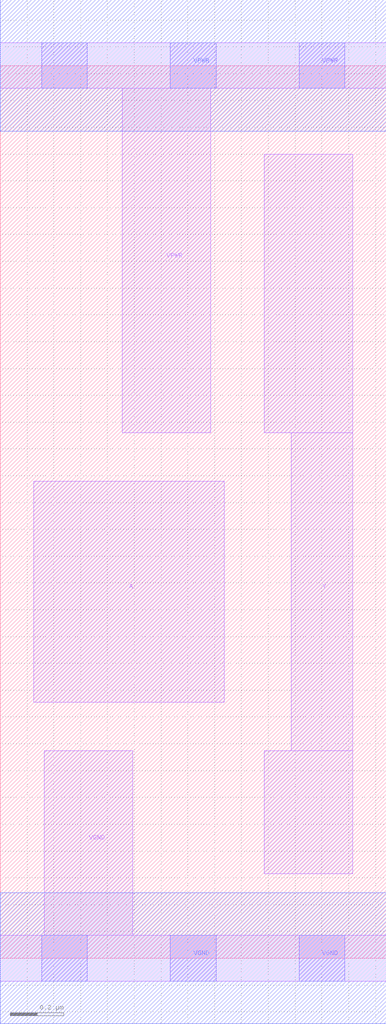
<source format=lef>
# Copyright 2020 The SkyWater PDK Authors
#
# Licensed under the Apache License, Version 2.0 (the "License");
# you may not use this file except in compliance with the License.
# You may obtain a copy of the License at
#
#     https://www.apache.org/licenses/LICENSE-2.0
#
# Unless required by applicable law or agreed to in writing, software
# distributed under the License is distributed on an "AS IS" BASIS,
# WITHOUT WARRANTIES OR CONDITIONS OF ANY KIND, either express or implied.
# See the License for the specific language governing permissions and
# limitations under the License.
#
# SPDX-License-Identifier: Apache-2.0

VERSION 5.7 ;
  NAMESCASESENSITIVE ON ;
  NOWIREEXTENSIONATPIN ON ;
  DIVIDERCHAR "/" ;
  BUSBITCHARS "[]" ;
UNITS
  DATABASE MICRONS 200 ;
END UNITS
MACRO sky130_fd_sc_lp__clkinv_lp2
  CLASS CORE ;
  SOURCE USER ;
  FOREIGN sky130_fd_sc_lp__clkinv_lp2 ;
  ORIGIN  0.000000  0.000000 ;
  SIZE  1.440000 BY  3.330000 ;
  SYMMETRY X Y R90 ;
  SITE unit ;
  PIN A
    ANTENNAGATEAREA  0.376000 ;
    DIRECTION INPUT ;
    USE SIGNAL ;
    PORT
      LAYER li1 ;
        RECT 0.125000 0.955000 0.835000 1.780000 ;
    END
  END A
  PIN Y
    ANTENNADIFFAREA  0.404700 ;
    DIRECTION OUTPUT ;
    USE SIGNAL ;
    PORT
      LAYER li1 ;
        RECT 0.985000 0.315000 1.315000 0.775000 ;
        RECT 0.985000 1.960000 1.315000 3.000000 ;
        RECT 1.085000 0.775000 1.315000 1.960000 ;
    END
  END Y
  PIN VGND
    DIRECTION INOUT ;
    USE GROUND ;
    PORT
      LAYER li1 ;
        RECT 0.000000 -0.085000 1.440000 0.085000 ;
        RECT 0.165000  0.085000 0.495000 0.775000 ;
      LAYER mcon ;
        RECT 0.155000 -0.085000 0.325000 0.085000 ;
        RECT 0.635000 -0.085000 0.805000 0.085000 ;
        RECT 1.115000 -0.085000 1.285000 0.085000 ;
      LAYER met1 ;
        RECT 0.000000 -0.245000 1.440000 0.245000 ;
    END
  END VGND
  PIN VPWR
    DIRECTION INOUT ;
    USE POWER ;
    PORT
      LAYER li1 ;
        RECT 0.000000 3.245000 1.440000 3.415000 ;
        RECT 0.455000 1.960000 0.785000 3.245000 ;
      LAYER mcon ;
        RECT 0.155000 3.245000 0.325000 3.415000 ;
        RECT 0.635000 3.245000 0.805000 3.415000 ;
        RECT 1.115000 3.245000 1.285000 3.415000 ;
      LAYER met1 ;
        RECT 0.000000 3.085000 1.440000 3.575000 ;
    END
  END VPWR
END sky130_fd_sc_lp__clkinv_lp2

</source>
